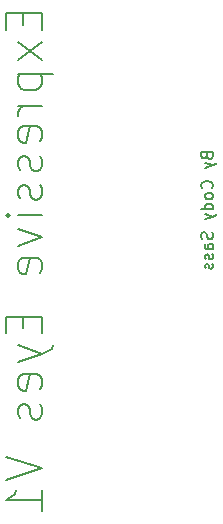
<source format=gbr>
%TF.GenerationSoftware,KiCad,Pcbnew,7.0.6*%
%TF.CreationDate,2023-10-29T14:46:36-05:00*%
%TF.ProjectId,Black Mage Eyes,426c6163-6b20-44d6-9167-652045796573,V01*%
%TF.SameCoordinates,Original*%
%TF.FileFunction,Legend,Bot*%
%TF.FilePolarity,Positive*%
%FSLAX46Y46*%
G04 Gerber Fmt 4.6, Leading zero omitted, Abs format (unit mm)*
G04 Created by KiCad (PCBNEW 7.0.6) date 2023-10-29 14:46:36*
%MOMM*%
%LPD*%
G01*
G04 APERTURE LIST*
%ADD10C,0.150000*%
G04 APERTURE END LIST*
D10*
X118846009Y-104170112D02*
X118893628Y-104312969D01*
X118893628Y-104312969D02*
X118941247Y-104360588D01*
X118941247Y-104360588D02*
X119036485Y-104408207D01*
X119036485Y-104408207D02*
X119179342Y-104408207D01*
X119179342Y-104408207D02*
X119274580Y-104360588D01*
X119274580Y-104360588D02*
X119322200Y-104312969D01*
X119322200Y-104312969D02*
X119369819Y-104217731D01*
X119369819Y-104217731D02*
X119369819Y-103836779D01*
X119369819Y-103836779D02*
X118369819Y-103836779D01*
X118369819Y-103836779D02*
X118369819Y-104170112D01*
X118369819Y-104170112D02*
X118417438Y-104265350D01*
X118417438Y-104265350D02*
X118465057Y-104312969D01*
X118465057Y-104312969D02*
X118560295Y-104360588D01*
X118560295Y-104360588D02*
X118655533Y-104360588D01*
X118655533Y-104360588D02*
X118750771Y-104312969D01*
X118750771Y-104312969D02*
X118798390Y-104265350D01*
X118798390Y-104265350D02*
X118846009Y-104170112D01*
X118846009Y-104170112D02*
X118846009Y-103836779D01*
X118703152Y-104741541D02*
X119369819Y-104979636D01*
X118703152Y-105217731D02*
X119369819Y-104979636D01*
X119369819Y-104979636D02*
X119607914Y-104884398D01*
X119607914Y-104884398D02*
X119655533Y-104836779D01*
X119655533Y-104836779D02*
X119703152Y-104741541D01*
X119274580Y-106932017D02*
X119322200Y-106884398D01*
X119322200Y-106884398D02*
X119369819Y-106741541D01*
X119369819Y-106741541D02*
X119369819Y-106646303D01*
X119369819Y-106646303D02*
X119322200Y-106503446D01*
X119322200Y-106503446D02*
X119226961Y-106408208D01*
X119226961Y-106408208D02*
X119131723Y-106360589D01*
X119131723Y-106360589D02*
X118941247Y-106312970D01*
X118941247Y-106312970D02*
X118798390Y-106312970D01*
X118798390Y-106312970D02*
X118607914Y-106360589D01*
X118607914Y-106360589D02*
X118512676Y-106408208D01*
X118512676Y-106408208D02*
X118417438Y-106503446D01*
X118417438Y-106503446D02*
X118369819Y-106646303D01*
X118369819Y-106646303D02*
X118369819Y-106741541D01*
X118369819Y-106741541D02*
X118417438Y-106884398D01*
X118417438Y-106884398D02*
X118465057Y-106932017D01*
X119369819Y-107503446D02*
X119322200Y-107408208D01*
X119322200Y-107408208D02*
X119274580Y-107360589D01*
X119274580Y-107360589D02*
X119179342Y-107312970D01*
X119179342Y-107312970D02*
X118893628Y-107312970D01*
X118893628Y-107312970D02*
X118798390Y-107360589D01*
X118798390Y-107360589D02*
X118750771Y-107408208D01*
X118750771Y-107408208D02*
X118703152Y-107503446D01*
X118703152Y-107503446D02*
X118703152Y-107646303D01*
X118703152Y-107646303D02*
X118750771Y-107741541D01*
X118750771Y-107741541D02*
X118798390Y-107789160D01*
X118798390Y-107789160D02*
X118893628Y-107836779D01*
X118893628Y-107836779D02*
X119179342Y-107836779D01*
X119179342Y-107836779D02*
X119274580Y-107789160D01*
X119274580Y-107789160D02*
X119322200Y-107741541D01*
X119322200Y-107741541D02*
X119369819Y-107646303D01*
X119369819Y-107646303D02*
X119369819Y-107503446D01*
X119369819Y-108693922D02*
X118369819Y-108693922D01*
X119322200Y-108693922D02*
X119369819Y-108598684D01*
X119369819Y-108598684D02*
X119369819Y-108408208D01*
X119369819Y-108408208D02*
X119322200Y-108312970D01*
X119322200Y-108312970D02*
X119274580Y-108265351D01*
X119274580Y-108265351D02*
X119179342Y-108217732D01*
X119179342Y-108217732D02*
X118893628Y-108217732D01*
X118893628Y-108217732D02*
X118798390Y-108265351D01*
X118798390Y-108265351D02*
X118750771Y-108312970D01*
X118750771Y-108312970D02*
X118703152Y-108408208D01*
X118703152Y-108408208D02*
X118703152Y-108598684D01*
X118703152Y-108598684D02*
X118750771Y-108693922D01*
X118703152Y-109074875D02*
X119369819Y-109312970D01*
X118703152Y-109551065D02*
X119369819Y-109312970D01*
X119369819Y-109312970D02*
X119607914Y-109217732D01*
X119607914Y-109217732D02*
X119655533Y-109170113D01*
X119655533Y-109170113D02*
X119703152Y-109074875D01*
X119322200Y-110646304D02*
X119369819Y-110789161D01*
X119369819Y-110789161D02*
X119369819Y-111027256D01*
X119369819Y-111027256D02*
X119322200Y-111122494D01*
X119322200Y-111122494D02*
X119274580Y-111170113D01*
X119274580Y-111170113D02*
X119179342Y-111217732D01*
X119179342Y-111217732D02*
X119084104Y-111217732D01*
X119084104Y-111217732D02*
X118988866Y-111170113D01*
X118988866Y-111170113D02*
X118941247Y-111122494D01*
X118941247Y-111122494D02*
X118893628Y-111027256D01*
X118893628Y-111027256D02*
X118846009Y-110836780D01*
X118846009Y-110836780D02*
X118798390Y-110741542D01*
X118798390Y-110741542D02*
X118750771Y-110693923D01*
X118750771Y-110693923D02*
X118655533Y-110646304D01*
X118655533Y-110646304D02*
X118560295Y-110646304D01*
X118560295Y-110646304D02*
X118465057Y-110693923D01*
X118465057Y-110693923D02*
X118417438Y-110741542D01*
X118417438Y-110741542D02*
X118369819Y-110836780D01*
X118369819Y-110836780D02*
X118369819Y-111074875D01*
X118369819Y-111074875D02*
X118417438Y-111217732D01*
X119369819Y-112074875D02*
X118846009Y-112074875D01*
X118846009Y-112074875D02*
X118750771Y-112027256D01*
X118750771Y-112027256D02*
X118703152Y-111932018D01*
X118703152Y-111932018D02*
X118703152Y-111741542D01*
X118703152Y-111741542D02*
X118750771Y-111646304D01*
X119322200Y-112074875D02*
X119369819Y-111979637D01*
X119369819Y-111979637D02*
X119369819Y-111741542D01*
X119369819Y-111741542D02*
X119322200Y-111646304D01*
X119322200Y-111646304D02*
X119226961Y-111598685D01*
X119226961Y-111598685D02*
X119131723Y-111598685D01*
X119131723Y-111598685D02*
X119036485Y-111646304D01*
X119036485Y-111646304D02*
X118988866Y-111741542D01*
X118988866Y-111741542D02*
X118988866Y-111979637D01*
X118988866Y-111979637D02*
X118941247Y-112074875D01*
X119322200Y-112503447D02*
X119369819Y-112598685D01*
X119369819Y-112598685D02*
X119369819Y-112789161D01*
X119369819Y-112789161D02*
X119322200Y-112884399D01*
X119322200Y-112884399D02*
X119226961Y-112932018D01*
X119226961Y-112932018D02*
X119179342Y-112932018D01*
X119179342Y-112932018D02*
X119084104Y-112884399D01*
X119084104Y-112884399D02*
X119036485Y-112789161D01*
X119036485Y-112789161D02*
X119036485Y-112646304D01*
X119036485Y-112646304D02*
X118988866Y-112551066D01*
X118988866Y-112551066D02*
X118893628Y-112503447D01*
X118893628Y-112503447D02*
X118846009Y-112503447D01*
X118846009Y-112503447D02*
X118750771Y-112551066D01*
X118750771Y-112551066D02*
X118703152Y-112646304D01*
X118703152Y-112646304D02*
X118703152Y-112789161D01*
X118703152Y-112789161D02*
X118750771Y-112884399D01*
X119322200Y-113312971D02*
X119369819Y-113408209D01*
X119369819Y-113408209D02*
X119369819Y-113598685D01*
X119369819Y-113598685D02*
X119322200Y-113693923D01*
X119322200Y-113693923D02*
X119226961Y-113741542D01*
X119226961Y-113741542D02*
X119179342Y-113741542D01*
X119179342Y-113741542D02*
X119084104Y-113693923D01*
X119084104Y-113693923D02*
X119036485Y-113598685D01*
X119036485Y-113598685D02*
X119036485Y-113455828D01*
X119036485Y-113455828D02*
X118988866Y-113360590D01*
X118988866Y-113360590D02*
X118893628Y-113312971D01*
X118893628Y-113312971D02*
X118846009Y-113312971D01*
X118846009Y-113312971D02*
X118750771Y-113360590D01*
X118750771Y-113360590D02*
X118703152Y-113455828D01*
X118703152Y-113455828D02*
X118703152Y-113598685D01*
X118703152Y-113598685D02*
X118750771Y-113693923D01*
X103303628Y-92062969D02*
X103303628Y-93062969D01*
X104875057Y-93491541D02*
X104875057Y-92062969D01*
X104875057Y-92062969D02*
X101875057Y-92062969D01*
X101875057Y-92062969D02*
X101875057Y-93491541D01*
X104875057Y-94491541D02*
X102875057Y-96062970D01*
X102875057Y-94491541D02*
X104875057Y-96062970D01*
X102875057Y-97205826D02*
X105875057Y-97205826D01*
X103017914Y-97205826D02*
X102875057Y-97491541D01*
X102875057Y-97491541D02*
X102875057Y-98062969D01*
X102875057Y-98062969D02*
X103017914Y-98348683D01*
X103017914Y-98348683D02*
X103160771Y-98491541D01*
X103160771Y-98491541D02*
X103446485Y-98634398D01*
X103446485Y-98634398D02*
X104303628Y-98634398D01*
X104303628Y-98634398D02*
X104589342Y-98491541D01*
X104589342Y-98491541D02*
X104732200Y-98348683D01*
X104732200Y-98348683D02*
X104875057Y-98062969D01*
X104875057Y-98062969D02*
X104875057Y-97491541D01*
X104875057Y-97491541D02*
X104732200Y-97205826D01*
X104875057Y-99920112D02*
X102875057Y-99920112D01*
X103446485Y-99920112D02*
X103160771Y-100062969D01*
X103160771Y-100062969D02*
X103017914Y-100205827D01*
X103017914Y-100205827D02*
X102875057Y-100491541D01*
X102875057Y-100491541D02*
X102875057Y-100777255D01*
X104732200Y-102920112D02*
X104875057Y-102634398D01*
X104875057Y-102634398D02*
X104875057Y-102062970D01*
X104875057Y-102062970D02*
X104732200Y-101777255D01*
X104732200Y-101777255D02*
X104446485Y-101634398D01*
X104446485Y-101634398D02*
X103303628Y-101634398D01*
X103303628Y-101634398D02*
X103017914Y-101777255D01*
X103017914Y-101777255D02*
X102875057Y-102062970D01*
X102875057Y-102062970D02*
X102875057Y-102634398D01*
X102875057Y-102634398D02*
X103017914Y-102920112D01*
X103017914Y-102920112D02*
X103303628Y-103062970D01*
X103303628Y-103062970D02*
X103589342Y-103062970D01*
X103589342Y-103062970D02*
X103875057Y-101634398D01*
X104732200Y-104205827D02*
X104875057Y-104491541D01*
X104875057Y-104491541D02*
X104875057Y-105062970D01*
X104875057Y-105062970D02*
X104732200Y-105348684D01*
X104732200Y-105348684D02*
X104446485Y-105491541D01*
X104446485Y-105491541D02*
X104303628Y-105491541D01*
X104303628Y-105491541D02*
X104017914Y-105348684D01*
X104017914Y-105348684D02*
X103875057Y-105062970D01*
X103875057Y-105062970D02*
X103875057Y-104634399D01*
X103875057Y-104634399D02*
X103732200Y-104348684D01*
X103732200Y-104348684D02*
X103446485Y-104205827D01*
X103446485Y-104205827D02*
X103303628Y-104205827D01*
X103303628Y-104205827D02*
X103017914Y-104348684D01*
X103017914Y-104348684D02*
X102875057Y-104634399D01*
X102875057Y-104634399D02*
X102875057Y-105062970D01*
X102875057Y-105062970D02*
X103017914Y-105348684D01*
X104732200Y-106634398D02*
X104875057Y-106920112D01*
X104875057Y-106920112D02*
X104875057Y-107491541D01*
X104875057Y-107491541D02*
X104732200Y-107777255D01*
X104732200Y-107777255D02*
X104446485Y-107920112D01*
X104446485Y-107920112D02*
X104303628Y-107920112D01*
X104303628Y-107920112D02*
X104017914Y-107777255D01*
X104017914Y-107777255D02*
X103875057Y-107491541D01*
X103875057Y-107491541D02*
X103875057Y-107062970D01*
X103875057Y-107062970D02*
X103732200Y-106777255D01*
X103732200Y-106777255D02*
X103446485Y-106634398D01*
X103446485Y-106634398D02*
X103303628Y-106634398D01*
X103303628Y-106634398D02*
X103017914Y-106777255D01*
X103017914Y-106777255D02*
X102875057Y-107062970D01*
X102875057Y-107062970D02*
X102875057Y-107491541D01*
X102875057Y-107491541D02*
X103017914Y-107777255D01*
X104875057Y-109205826D02*
X102875057Y-109205826D01*
X101875057Y-109205826D02*
X102017914Y-109062969D01*
X102017914Y-109062969D02*
X102160771Y-109205826D01*
X102160771Y-109205826D02*
X102017914Y-109348683D01*
X102017914Y-109348683D02*
X101875057Y-109205826D01*
X101875057Y-109205826D02*
X102160771Y-109205826D01*
X102875057Y-110348683D02*
X104875057Y-111062969D01*
X104875057Y-111062969D02*
X102875057Y-111777254D01*
X104732200Y-114062968D02*
X104875057Y-113777254D01*
X104875057Y-113777254D02*
X104875057Y-113205826D01*
X104875057Y-113205826D02*
X104732200Y-112920111D01*
X104732200Y-112920111D02*
X104446485Y-112777254D01*
X104446485Y-112777254D02*
X103303628Y-112777254D01*
X103303628Y-112777254D02*
X103017914Y-112920111D01*
X103017914Y-112920111D02*
X102875057Y-113205826D01*
X102875057Y-113205826D02*
X102875057Y-113777254D01*
X102875057Y-113777254D02*
X103017914Y-114062968D01*
X103017914Y-114062968D02*
X103303628Y-114205826D01*
X103303628Y-114205826D02*
X103589342Y-114205826D01*
X103589342Y-114205826D02*
X103875057Y-112777254D01*
X103303628Y-117777254D02*
X103303628Y-118777254D01*
X104875057Y-119205826D02*
X104875057Y-117777254D01*
X104875057Y-117777254D02*
X101875057Y-117777254D01*
X101875057Y-117777254D02*
X101875057Y-119205826D01*
X102875057Y-120205826D02*
X104875057Y-120920112D01*
X102875057Y-121634397D02*
X104875057Y-120920112D01*
X104875057Y-120920112D02*
X105589342Y-120634397D01*
X105589342Y-120634397D02*
X105732200Y-120491540D01*
X105732200Y-120491540D02*
X105875057Y-120205826D01*
X104732200Y-123920111D02*
X104875057Y-123634397D01*
X104875057Y-123634397D02*
X104875057Y-123062969D01*
X104875057Y-123062969D02*
X104732200Y-122777254D01*
X104732200Y-122777254D02*
X104446485Y-122634397D01*
X104446485Y-122634397D02*
X103303628Y-122634397D01*
X103303628Y-122634397D02*
X103017914Y-122777254D01*
X103017914Y-122777254D02*
X102875057Y-123062969D01*
X102875057Y-123062969D02*
X102875057Y-123634397D01*
X102875057Y-123634397D02*
X103017914Y-123920111D01*
X103017914Y-123920111D02*
X103303628Y-124062969D01*
X103303628Y-124062969D02*
X103589342Y-124062969D01*
X103589342Y-124062969D02*
X103875057Y-122634397D01*
X104732200Y-125205826D02*
X104875057Y-125491540D01*
X104875057Y-125491540D02*
X104875057Y-126062969D01*
X104875057Y-126062969D02*
X104732200Y-126348683D01*
X104732200Y-126348683D02*
X104446485Y-126491540D01*
X104446485Y-126491540D02*
X104303628Y-126491540D01*
X104303628Y-126491540D02*
X104017914Y-126348683D01*
X104017914Y-126348683D02*
X103875057Y-126062969D01*
X103875057Y-126062969D02*
X103875057Y-125634398D01*
X103875057Y-125634398D02*
X103732200Y-125348683D01*
X103732200Y-125348683D02*
X103446485Y-125205826D01*
X103446485Y-125205826D02*
X103303628Y-125205826D01*
X103303628Y-125205826D02*
X103017914Y-125348683D01*
X103017914Y-125348683D02*
X102875057Y-125634398D01*
X102875057Y-125634398D02*
X102875057Y-126062969D01*
X102875057Y-126062969D02*
X103017914Y-126348683D01*
X101875057Y-129634397D02*
X104875057Y-130634397D01*
X104875057Y-130634397D02*
X101875057Y-131634397D01*
X104875057Y-134205826D02*
X104875057Y-132491540D01*
X104875057Y-133348683D02*
X101875057Y-133348683D01*
X101875057Y-133348683D02*
X102303628Y-133062969D01*
X102303628Y-133062969D02*
X102589342Y-132777254D01*
X102589342Y-132777254D02*
X102732200Y-132491540D01*
M02*

</source>
